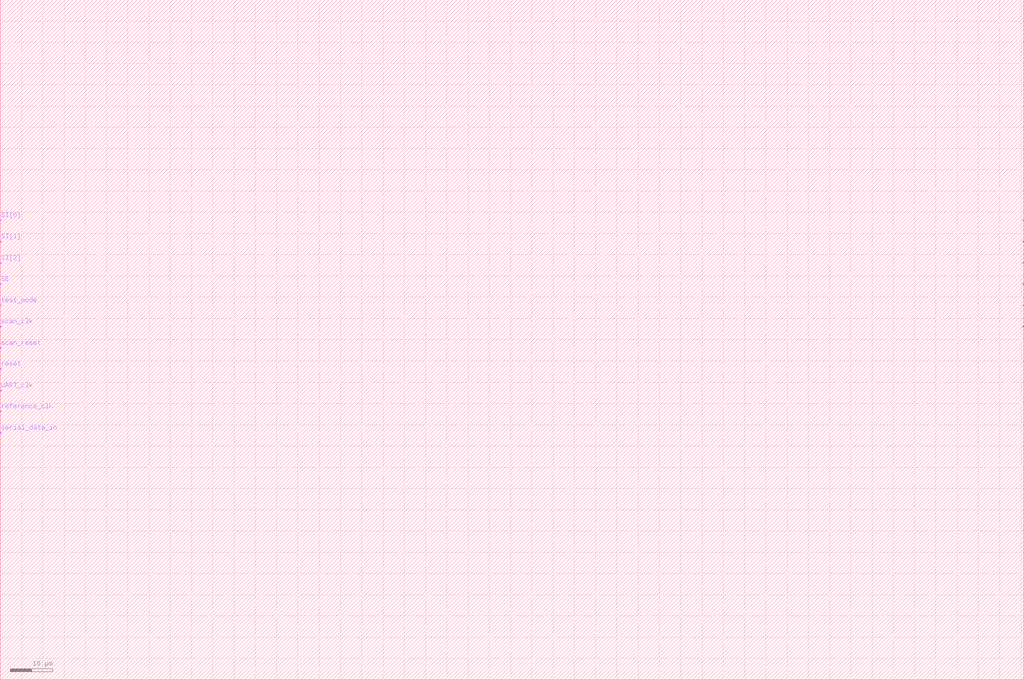
<source format=lef>

#******
# Preview export LEF
#    * Analog on top flow *
#	 Preview sub-version 5.10.41.500.3.38
#
# TECH LIB NAME: tsmc18
# TECH FILE NAME: techfile.cds
#******

VERSION 5.4 ;

NAMESCASESENSITIVE ON ;

DIVIDERCHAR "|" ;
BUSBITCHARS "[]" ;

UNITS
    DATABASE MICRONS 100  ;
END UNITS

MACRO system_top
    CLASS CORE ;
    FOREIGN system_top 0 0 ;
    ORIGIN 0.00 0.00 ;
    SIZE 240.67 BY 160.0 ;
    SYMMETRY X Y ;
    SITE CoreSite ;
    PIN SI[0]
        DIRECTION INPUT ;
        PORT
        LAYER METAL2 ;
        RECT  0.00 108 0.2 108.2 ;
        END
    END SI[0]
    PIN SI[1]
        DIRECTION INPUT ;
        PORT
        LAYER METAL2 ;
        RECT  0.00 103 0.2 103.2 ;
        END
    END SI[1]
    PIN SI[2]
        DIRECTION INPUT ;
        PORT
        LAYER METAL2 ;
        RECT  0.00 98 0.2 98.2 ;
        END
    END SI[2]
    PIN SE
        DIRECTION INPUT ;
        PORT
        LAYER METAL2 ;
        RECT  0.00 93 0.2 93.2 ;
        END
    END SE
    PIN test_mode
        DIRECTION INPUT ;
        PORT
        LAYER METAL2 ;
        RECT  0.00 88 0.2 88.2 ;
        END
    END test_mode
    PIN scan_clk
        DIRECTION INPUT ;
        PORT
        LAYER METAL2 ;
        RECT  0.00 83 0.2 83.2 ;
        END
    END scan_clk
    PIN scan_reset
        DIRECTION INPUT ;
        PORT
        LAYER METAL2 ;
        RECT  0.00 78 0.2 78.2 ;
        END
    END scan_reset
    PIN reset
        DIRECTION INPUT ;
        PORT
        LAYER METAL2 ;
        RECT  0.00 73 0.2 73.2 ;
        END
    END reset
    PIN UART_clk
        DIRECTION INPUT ;
        PORT
        LAYER METAL2 ;
        RECT  0.00 68 0.2 68.2 ;
        END
    END UART_clk
    PIN reference_clk
        DIRECTION INPUT ;
        PORT
        LAYER METAL2 ;
        RECT  0.00 63 0.2 63.2 ;
        END
    END reference_clk
    PIN serial_data_in
        DIRECTION INPUT ;
        PORT
        LAYER METAL2 ;
        RECT  0.00 58 0.2 58.2 ;
        END
    END serial_data_in
    PIN SO[0]
        DIRECTION OUTPUT ;
        PORT
        LAYER METAL3 ;
        RECT  240.47 108 240.67 108.2 ; 
        END
    END SO[0]
    PIN SO[1]
        DIRECTION OUTPUT ;
        PORT
        LAYER METAL3 ;
        RECT  240.47 103 240.67 103.2 ; 
        END
    END SO[1]
    PIN SO[2]
        DIRECTION OUTPUT ;
        PORT
        LAYER METAL3 ;
        RECT  240.47 98 240.67 98.2 ; 
        END
    END SO[2]
    PIN serial_data_out
        DIRECTION OUTPUT ;
        PORT
        LAYER METAL3 ;
        RECT  240.47 93 240.67 93.2 ; 
        END
    END serial_data_out
    PIN parity_error
        DIRECTION OUTPUT ;
        PORT
        LAYER METAL3 ;
        RECT  240.47 88 240.67 88.2 ; 
        END
    END parity_error
    PIN frame_error
        DIRECTION OUTPUT ;
        PORT
        LAYER METAL3 ;
        RECT  240.47 83 240.67 83.2 ; 
        END
    END frame_error
END system_top

END LIBRARY
</source>
